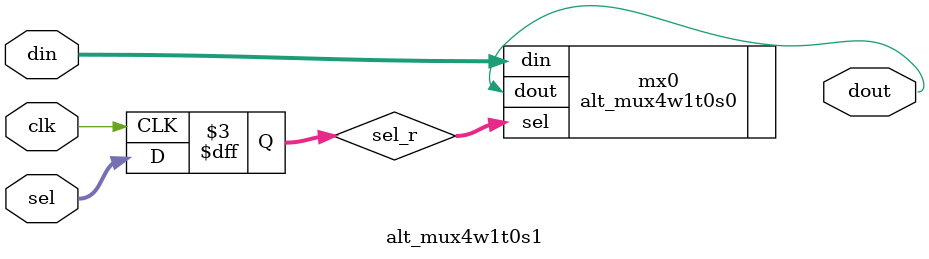
<source format=v>


`timescale 1ps/1ps


module alt_mux4w1t0s1 #(
    parameter SIM_EMULATE = 1'b0
) (
    input clk,
    input [3:0] din,
    input [1:0] sel,
    output dout
);

reg [1:0] sel_r = 2'b0 /* synthesis preserve */;
always @(posedge clk) sel_r <= sel;

alt_mux4w1t0s0 mx0 (
    .din(din),
    .sel(sel_r),
    .dout(dout)
);
defparam mx0 .SIM_EMULATE = SIM_EMULATE;

endmodule


</source>
